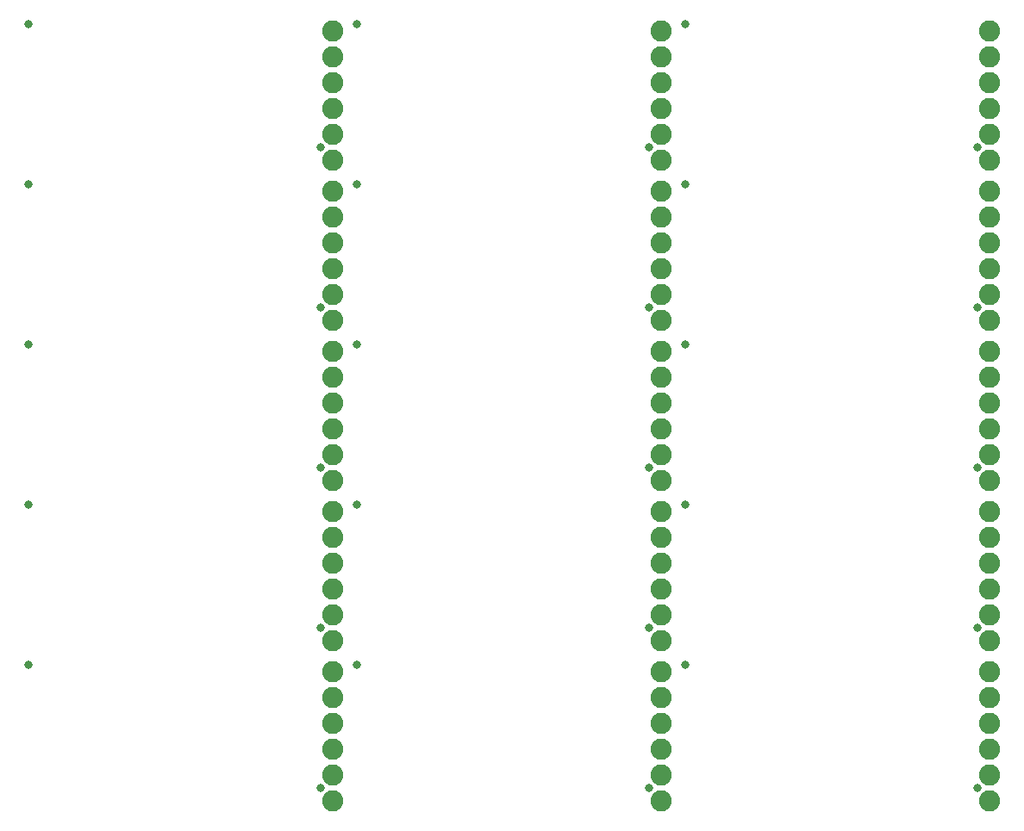
<source format=gbs>
G75*
%MOIN*%
%OFA0B0*%
%FSLAX25Y25*%
%IPPOS*%
%LPD*%
%AMOC8*
5,1,8,0,0,1.08239X$1,22.5*
%
%ADD10C,0.08200*%
%ADD11C,0.03300*%
D10*
X0148750Y0033750D03*
X0148750Y0043750D03*
X0148750Y0053750D03*
X0148750Y0063750D03*
X0148750Y0073750D03*
X0148750Y0083750D03*
X0148750Y0095750D03*
X0148750Y0105750D03*
X0148750Y0115750D03*
X0148750Y0125750D03*
X0148750Y0135750D03*
X0148750Y0145750D03*
X0148750Y0157750D03*
X0148750Y0167750D03*
X0148750Y0177750D03*
X0148750Y0187750D03*
X0148750Y0197750D03*
X0148750Y0207750D03*
X0148750Y0219750D03*
X0148750Y0229750D03*
X0148750Y0239750D03*
X0148750Y0249750D03*
X0148750Y0259750D03*
X0148750Y0269750D03*
X0148750Y0281750D03*
X0148750Y0291750D03*
X0148750Y0301750D03*
X0148750Y0311750D03*
X0148750Y0321750D03*
X0148750Y0331750D03*
X0275750Y0331750D03*
X0275750Y0321750D03*
X0275750Y0311750D03*
X0275750Y0301750D03*
X0275750Y0291750D03*
X0275750Y0281750D03*
X0275750Y0269750D03*
X0275750Y0259750D03*
X0275750Y0249750D03*
X0275750Y0239750D03*
X0275750Y0229750D03*
X0275750Y0219750D03*
X0275750Y0207750D03*
X0275750Y0197750D03*
X0275750Y0187750D03*
X0275750Y0177750D03*
X0275750Y0167750D03*
X0275750Y0157750D03*
X0275750Y0145750D03*
X0275750Y0135750D03*
X0275750Y0125750D03*
X0275750Y0115750D03*
X0275750Y0105750D03*
X0275750Y0095750D03*
X0275750Y0083750D03*
X0275750Y0073750D03*
X0275750Y0063750D03*
X0275750Y0053750D03*
X0275750Y0043750D03*
X0275750Y0033750D03*
X0402750Y0033750D03*
X0402750Y0043750D03*
X0402750Y0053750D03*
X0402750Y0063750D03*
X0402750Y0073750D03*
X0402750Y0083750D03*
X0402750Y0095750D03*
X0402750Y0105750D03*
X0402750Y0115750D03*
X0402750Y0125750D03*
X0402750Y0135750D03*
X0402750Y0145750D03*
X0402750Y0157750D03*
X0402750Y0167750D03*
X0402750Y0177750D03*
X0402750Y0187750D03*
X0402750Y0197750D03*
X0402750Y0207750D03*
X0402750Y0219750D03*
X0402750Y0229750D03*
X0402750Y0239750D03*
X0402750Y0249750D03*
X0402750Y0259750D03*
X0402750Y0269750D03*
X0402750Y0281750D03*
X0402750Y0291750D03*
X0402750Y0301750D03*
X0402750Y0311750D03*
X0402750Y0321750D03*
X0402750Y0331750D03*
D11*
X0031250Y0086250D03*
X0031250Y0148250D03*
X0031250Y0210250D03*
X0031250Y0272250D03*
X0031250Y0334250D03*
X0144250Y0286750D03*
X0158250Y0272250D03*
X0144250Y0224750D03*
X0158250Y0210250D03*
X0144250Y0162750D03*
X0158250Y0148250D03*
X0144250Y0100750D03*
X0158250Y0086250D03*
X0144250Y0038750D03*
X0271250Y0038750D03*
X0285250Y0086250D03*
X0271250Y0100750D03*
X0285250Y0148250D03*
X0271250Y0162750D03*
X0285250Y0210250D03*
X0271250Y0224750D03*
X0285250Y0272250D03*
X0271250Y0286750D03*
X0285250Y0334250D03*
X0398250Y0286750D03*
X0398250Y0224750D03*
X0398250Y0162750D03*
X0398250Y0100750D03*
X0398250Y0038750D03*
X0158250Y0334250D03*
M02*

</source>
